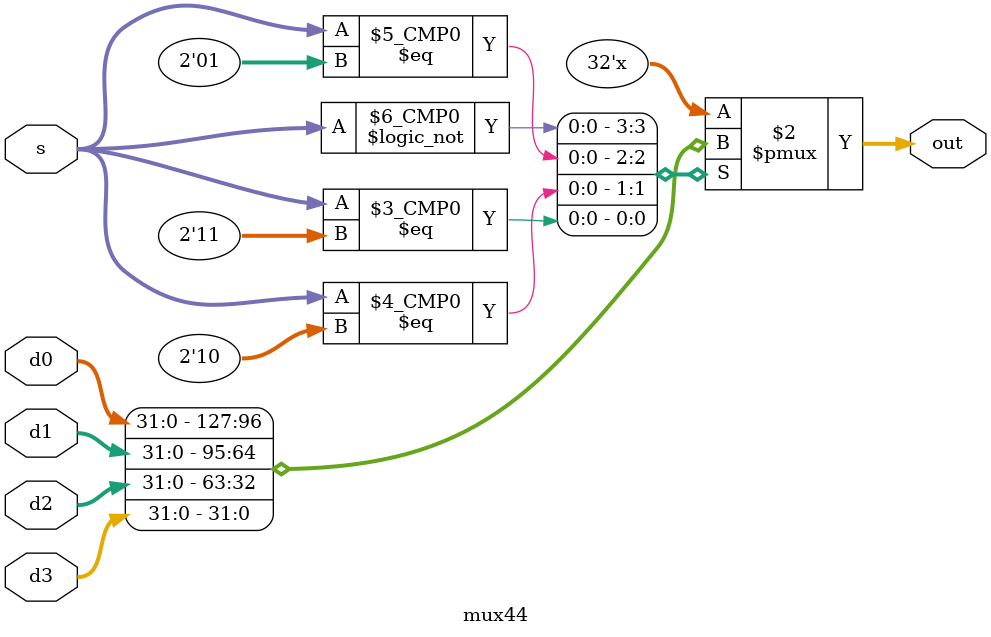
<source format=v>
module mux22 #(parameter width = 32) (out, s, d0, d1);

output [width-1:0] out;
input s;
input [width-1:0] d0, d1;

assign out = s? d1: d0;

endmodule



module mux33 #(parameter width = 32) (out, s, d0, d1, d2);

output reg [width-1:0] out;
input [1:0] s;
input [width-1:0] d0, d1, d2;

always @(s or d0 or d1 or d2) 
begin
    case(s)
        2'b00: out = d0;
        2'b01: out = d1;
        2'b10: out = d2;
    endcase
end

endmodule



module mux44 #(parameter width = 32) (out, s, d0, d1, d2, d3);

output reg [width-1:0] out;
input [1:0] s;
input [width-1:0] d0, d1, d2, d3;

always @(s or d0 or d1 or d2 or d3) 
begin
    case(s)
        2'b00: out = d0;
        2'b01: out = d1;
        2'b10: out = d2;
        2'b11: out = d3;
    endcase
end

endmodule
</source>
